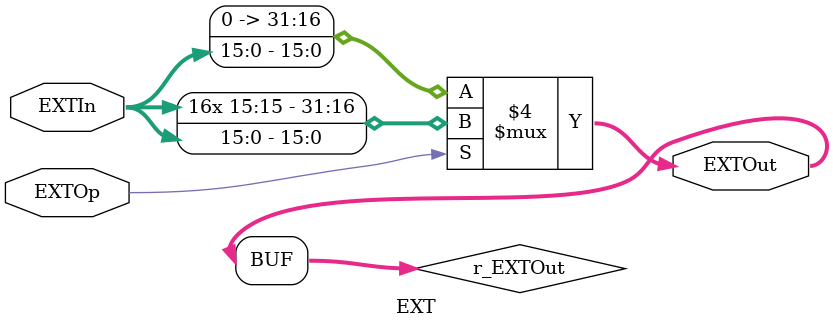
<source format=v>
module EXT(
    input wire EXTOp,
    input wire [15:0] EXTIn,
    output wire [31:0] EXTOut
    );

    reg [31:0] r_EXTOut;
    always @(*) begin
        if(EXTOp==1'b0)begin
            r_EXTOut = {16'b0,EXTIn};
        end else begin
            r_EXTOut = {{16{EXTIn[15]}},EXTIn};
        end
    end

    assign EXTOut = r_EXTOut;
endmodule

</source>
